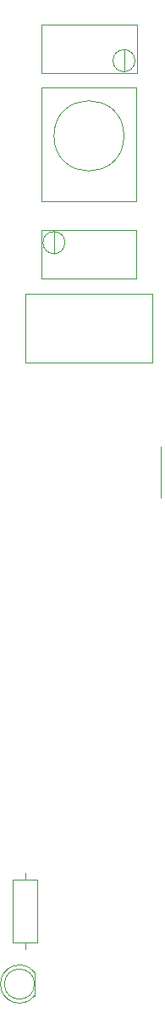
<source format=gbr>
G04 #@! TF.GenerationSoftware,KiCad,Pcbnew,(5.1.5-0-10_14)*
G04 #@! TF.CreationDate,2020-10-10T15:47:02-04:00*
G04 #@! TF.ProjectId,AYOM - VCA Control Board,41594f4d-202d-4205-9643-4120436f6e74,1.1*
G04 #@! TF.SameCoordinates,Original*
G04 #@! TF.FileFunction,Other,Fab,Top*
%FSLAX46Y46*%
G04 Gerber Fmt 4.6, Leading zero omitted, Abs format (unit mm)*
G04 Created by KiCad (PCBNEW (5.1.5-0-10_14)) date 2020-10-10 15:47:02*
%MOMM*%
%LPD*%
G04 APERTURE LIST*
%ADD10C,0.100000*%
%ADD11C,0.120000*%
G04 APERTURE END LIST*
D10*
X81995000Y-75616000D02*
X81994000Y-77785000D01*
X81995000Y-75616000D02*
X81994000Y-77785000D01*
X80725000Y-80261000D02*
X90255000Y-80261000D01*
X80725000Y-75431000D02*
X80725000Y-80261000D01*
X90255000Y-75431000D02*
X80725000Y-75431000D01*
X90255000Y-80261000D02*
X90255000Y-75431000D01*
X83090000Y-76701000D02*
G75*
G03X83090000Y-76701000I-1095000J0D01*
G01*
X90100000Y-58554000D02*
G75*
G03X90100000Y-58554000I-1095000J0D01*
G01*
X80745000Y-54994000D02*
X80745000Y-59824000D01*
X80745000Y-59824000D02*
X90275000Y-59824000D01*
X90275000Y-59824000D02*
X90275000Y-54994000D01*
X90275000Y-54994000D02*
X80745000Y-54994000D01*
X89005000Y-59639000D02*
X89006000Y-57470000D01*
X89005000Y-59639000D02*
X89006000Y-57470000D01*
X89000000Y-66056000D02*
G75*
G03X89000000Y-66056000I-3500000J0D01*
G01*
X90250000Y-72556000D02*
X80750000Y-72556000D01*
X90250000Y-61206000D02*
X80750000Y-61206000D01*
X80750000Y-72556000D02*
X80750000Y-61206000D01*
X90250000Y-72556000D02*
X90250000Y-61206000D01*
X92710000Y-97028000D02*
X92710000Y-102108000D01*
D11*
X79172800Y-81759800D02*
X79172800Y-88619800D01*
X79172800Y-81759800D02*
X91872800Y-81759800D01*
X79172800Y-88619800D02*
X91872800Y-88619800D01*
X91872800Y-81759800D02*
X91872800Y-88619800D01*
D10*
X80044555Y-149467524D02*
G75*
G03X80044000Y-151799190I-1500555J-1165476D01*
G01*
X80044000Y-150633000D02*
G75*
G03X80044000Y-150633000I-1500000J0D01*
G01*
X80044000Y-151799190D02*
X80044000Y-149466810D01*
X77864000Y-146523000D02*
X80364000Y-146523000D01*
X80364000Y-146523000D02*
X80364000Y-140223000D01*
X80364000Y-140223000D02*
X77864000Y-140223000D01*
X77864000Y-140223000D02*
X77864000Y-146523000D01*
X79114000Y-147183000D02*
X79114000Y-146523000D01*
X79114000Y-139563000D02*
X79114000Y-140223000D01*
M02*

</source>
